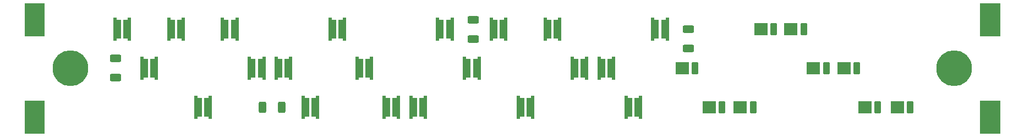
<source format=gts>
%TF.GenerationSoftware,KiCad,Pcbnew,9.0.0*%
%TF.CreationDate,2025-04-18T15:29:53+00:00*%
%TF.ProjectId,growbeam,67726f77-6265-4616-9d2e-6b696361645f,rev?*%
%TF.SameCoordinates,Original*%
%TF.FileFunction,Soldermask,Top*%
%TF.FilePolarity,Negative*%
%FSLAX46Y46*%
G04 Gerber Fmt 4.6, Leading zero omitted, Abs format (unit mm)*
G04 Created by KiCad (PCBNEW 9.0.0) date 2025-04-18 15:29:53*
%MOMM*%
%LPD*%
G01*
G04 APERTURE LIST*
G04 Aperture macros list*
%AMRoundRect*
0 Rectangle with rounded corners*
0 $1 Rounding radius*
0 $2 $3 $4 $5 $6 $7 $8 $9 X,Y pos of 4 corners*
0 Add a 4 corners polygon primitive as box body*
4,1,4,$2,$3,$4,$5,$6,$7,$8,$9,$2,$3,0*
0 Add four circle primitives for the rounded corners*
1,1,$1+$1,$2,$3*
1,1,$1+$1,$4,$5*
1,1,$1+$1,$6,$7*
1,1,$1+$1,$8,$9*
0 Add four rect primitives between the rounded corners*
20,1,$1+$1,$2,$3,$4,$5,0*
20,1,$1+$1,$4,$5,$6,$7,0*
20,1,$1+$1,$6,$7,$8,$9,0*
20,1,$1+$1,$8,$9,$2,$3,0*%
%AMFreePoly0*
4,1,27,1.750191,0.625462,1.750462,0.625191,1.750500,0.625000,1.750500,0.075000,1.750462,0.074809,1.750191,0.074538,1.750000,0.074500,1.400500,0.074500,1.400500,-0.625000,1.400462,-0.625191,1.400191,-0.625462,1.400000,-0.625500,-1.400000,-0.625500,-1.400191,-0.625462,-1.400462,-0.625191,-1.400500,-0.625000,-1.400500,0.074500,-1.750000,0.074500,-1.750191,0.074538,-1.750462,0.074809,
-1.750500,0.075000,-1.750500,0.625000,-1.750462,0.625191,-1.750191,0.625462,-1.750000,0.625500,1.750000,0.625500,1.750191,0.625462,1.750191,0.625462,$1*%
G04 Aperture macros list end*
%ADD10C,0.100000*%
%ADD11FreePoly0,270.000000*%
%ADD12FreePoly0,90.000000*%
%ADD13C,5.500000*%
%ADD14RoundRect,0.250000X-0.312500X-0.625000X0.312500X-0.625000X0.312500X0.625000X-0.312500X0.625000X0*%
%ADD15RoundRect,0.100000X-0.385000X-0.850000X0.385000X-0.850000X0.385000X0.850000X-0.385000X0.850000X0*%
%ADD16RoundRect,0.100000X-0.915000X-0.850000X0.915000X-0.850000X0.915000X0.850000X-0.915000X0.850000X0*%
%ADD17RoundRect,0.250000X0.625000X-0.312500X0.625000X0.312500X-0.625000X0.312500X-0.625000X-0.312500X0*%
%ADD18RoundRect,0.250000X-0.625000X0.312500X-0.625000X-0.312500X0.625000X-0.312500X0.625000X0.312500X0*%
G04 APERTURE END LIST*
D10*
X220000000Y-90000000D02*
X223000000Y-90000000D01*
X223000000Y-95000000D01*
X220000000Y-95000000D01*
X220000000Y-90000000D01*
G36*
X220000000Y-90000000D02*
G01*
X223000000Y-90000000D01*
X223000000Y-95000000D01*
X220000000Y-95000000D01*
X220000000Y-90000000D01*
G37*
X73000000Y-90000000D02*
X76000000Y-90000000D01*
X76000000Y-95000000D01*
X73000000Y-95000000D01*
X73000000Y-90000000D01*
G36*
X73000000Y-90000000D02*
G01*
X76000000Y-90000000D01*
X76000000Y-95000000D01*
X73000000Y-95000000D01*
X73000000Y-90000000D01*
G37*
X220000000Y-75000000D02*
X223000000Y-75000000D01*
X223000000Y-80000000D01*
X220000000Y-80000000D01*
X220000000Y-75000000D01*
G36*
X220000000Y-75000000D02*
G01*
X223000000Y-75000000D01*
X223000000Y-80000000D01*
X220000000Y-80000000D01*
X220000000Y-75000000D01*
G37*
X73000000Y-75000000D02*
X76000000Y-75000000D01*
X76000000Y-80000000D01*
X73000000Y-80000000D01*
X73000000Y-75000000D01*
G36*
X73000000Y-75000000D02*
G01*
X76000000Y-75000000D01*
X76000000Y-80000000D01*
X73000000Y-80000000D01*
X73000000Y-75000000D01*
G37*
D11*
%TO.C,D6*%
X109465000Y-85000000D03*
D12*
X107915000Y-85000000D03*
%TD*%
D11*
%TO.C,D5*%
X105327000Y-79000000D03*
D12*
X103777000Y-79000000D03*
%TD*%
D11*
%TO.C,D9*%
X121878000Y-79000000D03*
D12*
X120328000Y-79000000D03*
%TD*%
D13*
%TO.C,REF\u002A\u002A*%
X80000000Y-85000000D03*
%TD*%
D14*
%TO.C,R2*%
X109625000Y-91000000D03*
X112550000Y-91000000D03*
%TD*%
D11*
%TO.C,D16*%
X150844000Y-91000000D03*
D12*
X149294000Y-91000000D03*
%TD*%
D11*
%TO.C,D14*%
X142568000Y-85000000D03*
D12*
X141018000Y-85000000D03*
%TD*%
D11*
%TO.C,D11*%
X130154000Y-91000000D03*
D12*
X128604000Y-91000000D03*
%TD*%
D11*
%TO.C,D1*%
X88775000Y-79000000D03*
D12*
X87225000Y-79000000D03*
%TD*%
D11*
%TO.C,D15*%
X146706000Y-79000000D03*
D12*
X145156000Y-79000000D03*
%TD*%
D15*
%TO.C,D22*%
X176162000Y-85000000D03*
D16*
X174162000Y-85000000D03*
%TD*%
D11*
%TO.C,D7*%
X113603000Y-85000000D03*
D12*
X112053000Y-85000000D03*
%TD*%
D17*
%TO.C,R1*%
X87000000Y-86375000D03*
X87000000Y-83450000D03*
%TD*%
%TO.C,R3*%
X142000000Y-80462500D03*
X142000000Y-77537500D03*
%TD*%
D11*
%TO.C,D21*%
X171534000Y-79000000D03*
D12*
X169984000Y-79000000D03*
%TD*%
D15*
%TO.C,D28*%
X201065000Y-85000000D03*
D16*
X199065000Y-85000000D03*
%TD*%
D11*
%TO.C,D20*%
X167396000Y-91000000D03*
D12*
X165846000Y-91000000D03*
%TD*%
D15*
%TO.C,D26*%
X192865000Y-79000000D03*
D16*
X190865000Y-79000000D03*
%TD*%
D11*
%TO.C,D17*%
X154982000Y-79000000D03*
D12*
X153432000Y-79000000D03*
%TD*%
D11*
%TO.C,D4*%
X101189000Y-91000000D03*
D12*
X99639000Y-91000000D03*
%TD*%
D15*
%TO.C,D29*%
X204265000Y-91000000D03*
D16*
X202265000Y-91000000D03*
%TD*%
D11*
%TO.C,D2*%
X92913000Y-85000000D03*
D12*
X91363000Y-85000000D03*
%TD*%
D11*
%TO.C,D3*%
X97051000Y-79000000D03*
D12*
X95501000Y-79000000D03*
%TD*%
D11*
%TO.C,D13*%
X138430000Y-79000000D03*
D12*
X136880000Y-79000000D03*
%TD*%
D11*
%TO.C,D18*%
X159120000Y-85000000D03*
D12*
X157570000Y-85000000D03*
%TD*%
D15*
%TO.C,D23*%
X180299000Y-91000000D03*
D16*
X178299000Y-91000000D03*
%TD*%
D13*
%TO.C,REF\u002A\u002A*%
X216000000Y-85000000D03*
%TD*%
D15*
%TO.C,D30*%
X209265000Y-91000000D03*
D16*
X207265000Y-91000000D03*
%TD*%
D11*
%TO.C,D8*%
X117741000Y-91000000D03*
D12*
X116191000Y-91000000D03*
%TD*%
D15*
%TO.C,D27*%
X196365000Y-85000000D03*
D16*
X194365000Y-85000000D03*
%TD*%
D15*
%TO.C,D24*%
X185065000Y-91000000D03*
D16*
X183065000Y-91000000D03*
%TD*%
D11*
%TO.C,D10*%
X126016000Y-85000000D03*
D12*
X124466000Y-85000000D03*
%TD*%
D11*
%TO.C,D19*%
X163258000Y-85000000D03*
D12*
X161708000Y-85000000D03*
%TD*%
D15*
%TO.C,D25*%
X188265000Y-79000000D03*
D16*
X186265000Y-79000000D03*
%TD*%
D11*
%TO.C,D12*%
X134292000Y-91000000D03*
D12*
X132742000Y-91000000D03*
%TD*%
D18*
%TO.C,R4*%
X175133991Y-78988227D03*
X175133991Y-81913227D03*
%TD*%
M02*

</source>
